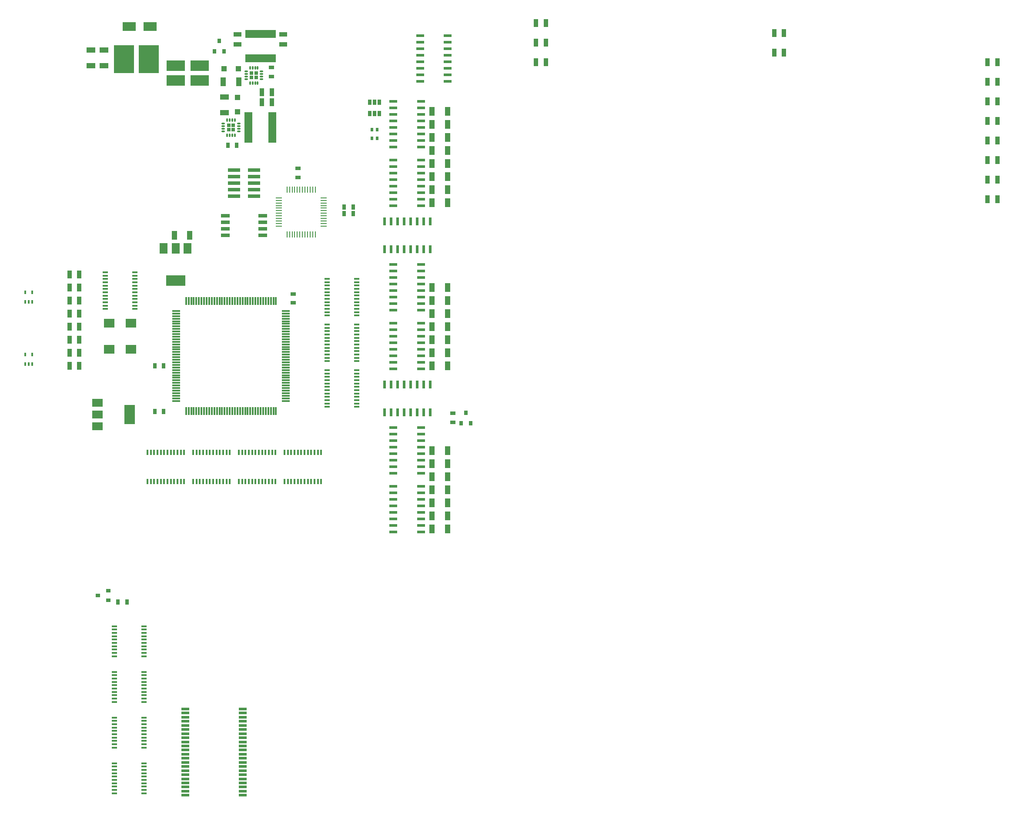
<source format=gtp>
G04 #@! TF.GenerationSoftware,KiCad,Pcbnew,5.0.0-rc2-dev-unknown-c6ef0d5~62~ubuntu17.10.1*
G04 #@! TF.CreationDate,2018-03-22T21:06:56-04:00*
G04 #@! TF.ProjectId,quokka,71756F6B6B612E6B696361645F706362,rev?*
G04 #@! TF.SameCoordinates,PX9936698PY214e9c8*
G04 #@! TF.FileFunction,Paste,Top*
G04 #@! TF.FilePolarity,Positive*
%FSLAX46Y46*%
G04 Gerber Fmt 4.6, Leading zero omitted, Abs format (unit mm)*
G04 Created by KiCad (PCBNEW 5.0.0-rc2-dev-unknown-c6ef0d5~62~ubuntu17.10.1) date Thu Mar 22 21:06:56 2018*
%MOMM*%
%LPD*%
G01*
G04 APERTURE LIST*
%ADD10R,0.800000X0.900000*%
%ADD11R,0.650000X1.060000*%
%ADD12R,1.000000X0.670000*%
%ADD13R,1.800000X1.070000*%
%ADD14R,1.070000X1.800000*%
%ADD15R,0.670000X1.000000*%
%ADD16R,1.500000X0.970000*%
%ADD17R,0.970000X1.500000*%
%ADD18R,2.500000X1.800000*%
%ADD19R,1.100000X1.100000*%
%ADD20R,0.400000X0.650000*%
%ADD21R,3.890000X5.500000*%
%ADD22R,2.400000X0.740000*%
%ADD23R,3.660000X2.085000*%
%ADD24R,5.900000X1.600000*%
%ADD25R,1.600000X5.900000*%
%ADD26R,0.600000X0.650000*%
%ADD27R,0.900000X0.800000*%
%ADD28O,0.800000X0.300000*%
%ADD29O,0.300000X0.800000*%
%ADD30R,0.700000X0.700000*%
%ADD31R,3.800000X2.000000*%
%ADD32R,1.500000X2.000000*%
%ADD33R,2.000000X1.500000*%
%ADD34R,2.000000X3.800000*%
%ADD35R,0.300000X1.550000*%
%ADD36R,1.550000X0.300000*%
%ADD37R,1.300000X0.250000*%
%ADD38R,0.250000X1.300000*%
%ADD39R,1.100000X0.400000*%
%ADD40R,0.600000X1.500000*%
%ADD41R,1.500000X0.600000*%
%ADD42R,1.500000X0.500000*%
%ADD43R,1.000000X0.400000*%
%ADD44R,0.400000X1.100000*%
%ADD45R,1.700000X0.650000*%
%ADD46R,2.000000X1.800000*%
G04 APERTURE END LIST*
D10*
X57064000Y-7985000D03*
X58964000Y-7985000D03*
X58014000Y-5985000D03*
D11*
X87315000Y-20150000D03*
X88265000Y-20150000D03*
X89215000Y-20150000D03*
X89215000Y-17950000D03*
X87315000Y-17950000D03*
X88265000Y-17950000D03*
D12*
X68199000Y-11190000D03*
X68199000Y-12940000D03*
D13*
X35560000Y-7785000D03*
X35560000Y-10795000D03*
X33020000Y-7785000D03*
X33020000Y-10795000D03*
D14*
X61830000Y-13970000D03*
X58820000Y-13970000D03*
D15*
X59704000Y-26289000D03*
X61454000Y-26289000D03*
D16*
X70485000Y-4760000D03*
X70485000Y-6670000D03*
X61595000Y-6670000D03*
X61595000Y-4760000D03*
D13*
X59055000Y-19920000D03*
X59055000Y-16910000D03*
D17*
X66355000Y-16002000D03*
X68265000Y-16002000D03*
X68265000Y-17907000D03*
X66355000Y-17907000D03*
D18*
X44545000Y-3175000D03*
X40545000Y-3175000D03*
D19*
X61725000Y-11430000D03*
X58925000Y-11430000D03*
X61595000Y-17015000D03*
X61595000Y-19815000D03*
D20*
X20305000Y-54930000D03*
X21605000Y-54930000D03*
X20955000Y-56830000D03*
X21605000Y-56830000D03*
X20305000Y-56830000D03*
X20305000Y-68895000D03*
X21605000Y-68895000D03*
X20955000Y-68895000D03*
X21605000Y-66995000D03*
X20305000Y-66995000D03*
D17*
X30800000Y-51435000D03*
X28890000Y-51435000D03*
X30800000Y-53975000D03*
X28890000Y-53975000D03*
X28890000Y-56515000D03*
X30800000Y-56515000D03*
X30800000Y-59055000D03*
X28890000Y-59055000D03*
X28890000Y-61595000D03*
X30800000Y-61595000D03*
X30800000Y-64135000D03*
X28890000Y-64135000D03*
X28890000Y-66675000D03*
X30800000Y-66675000D03*
X28890000Y-69215000D03*
X30800000Y-69215000D03*
X207569000Y-10160000D03*
X209479000Y-10160000D03*
X209479000Y-13970000D03*
X207569000Y-13970000D03*
X207569000Y-17780000D03*
X209479000Y-17780000D03*
X209479000Y-21590000D03*
X207569000Y-21590000D03*
X207569000Y-25400000D03*
X209479000Y-25400000D03*
X209479000Y-29210000D03*
X207569000Y-29210000D03*
X207569000Y-33020000D03*
X209479000Y-33020000D03*
X209479000Y-36830000D03*
X207569000Y-36830000D03*
X166050000Y-4445000D03*
X167960000Y-4445000D03*
X167960000Y-8255000D03*
X166050000Y-8255000D03*
X119695000Y-2540000D03*
X121605000Y-2540000D03*
X119695000Y-6350000D03*
X121605000Y-6350000D03*
X121605000Y-10160000D03*
X119695000Y-10160000D03*
D21*
X44305000Y-9525000D03*
X39515000Y-9525000D03*
D22*
X60915000Y-31115000D03*
X64815000Y-31115000D03*
X60915000Y-32385000D03*
X64815000Y-32385000D03*
X60915000Y-33655000D03*
X64815000Y-33655000D03*
X60915000Y-34925000D03*
X64815000Y-34925000D03*
X60915000Y-36195000D03*
X64815000Y-36195000D03*
D23*
X49530000Y-10795000D03*
X54230000Y-10795000D03*
X49530000Y-13695000D03*
X54230000Y-13695000D03*
D24*
X66040000Y-4635000D03*
X66040000Y-9335000D03*
D25*
X63690000Y-22860000D03*
X68390000Y-22860000D03*
D26*
X88745000Y-24980000D03*
X88740000Y-23280000D03*
X87785000Y-24980000D03*
X87785000Y-23280000D03*
D10*
X106045000Y-78375000D03*
X106995000Y-80375000D03*
X105095000Y-80375000D03*
D27*
X36406000Y-114903000D03*
X36406000Y-113003000D03*
X34406000Y-113953000D03*
D14*
X49295000Y-43815000D03*
X52305000Y-43815000D03*
D12*
X73330000Y-32548800D03*
X73330000Y-30798800D03*
D15*
X84085000Y-39624000D03*
X82335000Y-39624000D03*
X84085000Y-38354000D03*
X82335000Y-38354000D03*
D14*
X99460000Y-69215000D03*
X102470000Y-69215000D03*
X99460000Y-66675000D03*
X102470000Y-66675000D03*
X102470000Y-64135000D03*
X99460000Y-64135000D03*
X99460000Y-61595000D03*
X102470000Y-61595000D03*
X99460000Y-59055000D03*
X102470000Y-59055000D03*
X99460000Y-53975000D03*
X102470000Y-53975000D03*
X102470000Y-56515000D03*
X99460000Y-56515000D03*
D12*
X103505000Y-80250000D03*
X103505000Y-78500000D03*
D14*
X102470000Y-100965000D03*
X99460000Y-100965000D03*
X102470000Y-98425000D03*
X99460000Y-98425000D03*
X99460000Y-95885000D03*
X102470000Y-95885000D03*
X102470000Y-93345000D03*
X99460000Y-93345000D03*
X102470000Y-90805000D03*
X99460000Y-90805000D03*
X99460000Y-85725000D03*
X102470000Y-85725000D03*
X102470000Y-88265000D03*
X99460000Y-88265000D03*
X102470000Y-37465000D03*
X99460000Y-37465000D03*
X102470000Y-34925000D03*
X99460000Y-34925000D03*
X102470000Y-32385000D03*
X99460000Y-32385000D03*
X102470000Y-29845000D03*
X99460000Y-29845000D03*
X102470000Y-27305000D03*
X99460000Y-27305000D03*
X102470000Y-19685000D03*
X99460000Y-19685000D03*
X99460000Y-24765000D03*
X102470000Y-24765000D03*
X102470000Y-22225000D03*
X99460000Y-22225000D03*
D15*
X38341000Y-115223000D03*
X40091000Y-115223000D03*
X47230000Y-69215000D03*
X45480000Y-69215000D03*
X47230000Y-78105000D03*
X45480000Y-78105000D03*
D12*
X72390000Y-56995000D03*
X72390000Y-55245000D03*
D28*
X63270000Y-11950000D03*
X63270000Y-12450000D03*
X63270000Y-12950000D03*
X63270000Y-13450000D03*
D29*
X64020000Y-14200000D03*
X64520000Y-14200000D03*
X65020000Y-14200000D03*
X65520000Y-14200000D03*
D28*
X66270000Y-13450000D03*
X66270000Y-12950000D03*
X66270000Y-12450000D03*
X66270000Y-11950000D03*
D29*
X65520000Y-11200000D03*
X65020000Y-11200000D03*
X64520000Y-11200000D03*
X64020000Y-11200000D03*
D30*
X65207500Y-13137500D03*
X64332500Y-13137500D03*
X64332500Y-12262500D03*
X65207500Y-12262500D03*
X60762500Y-23297500D03*
X60762500Y-22422500D03*
X59887500Y-22422500D03*
X59887500Y-23297500D03*
D28*
X61825000Y-22110000D03*
X61825000Y-22610000D03*
X61825000Y-23110000D03*
X61825000Y-23610000D03*
D29*
X61075000Y-24360000D03*
X60575000Y-24360000D03*
X60075000Y-24360000D03*
X59575000Y-24360000D03*
D28*
X58825000Y-23610000D03*
X58825000Y-23110000D03*
X58825000Y-22610000D03*
X58825000Y-22110000D03*
D29*
X59575000Y-21360000D03*
X60075000Y-21360000D03*
X60575000Y-21360000D03*
X61075000Y-21360000D03*
D31*
X49530000Y-52680000D03*
D32*
X49530000Y-46380000D03*
X47230000Y-46380000D03*
X51830000Y-46380000D03*
D33*
X34315000Y-76440000D03*
X34315000Y-81040000D03*
X34315000Y-78740000D03*
D34*
X40615000Y-78740000D03*
D35*
X69075000Y-56610000D03*
X68575000Y-56610000D03*
X68075000Y-56610000D03*
X67575000Y-56610000D03*
X67075000Y-56610000D03*
X66575000Y-56610000D03*
X66075000Y-56610000D03*
X65575000Y-56610000D03*
X65075000Y-56610000D03*
X64575000Y-56610000D03*
X64075000Y-56610000D03*
X63575000Y-56610000D03*
X63075000Y-56610000D03*
X62575000Y-56610000D03*
X62075000Y-56610000D03*
X61575000Y-56610000D03*
X61075000Y-56610000D03*
X60575000Y-56610000D03*
X60075000Y-56610000D03*
X59575000Y-56610000D03*
X59075000Y-56610000D03*
X58575000Y-56610000D03*
X58075000Y-56610000D03*
X57575000Y-56610000D03*
X57075000Y-56610000D03*
X56575000Y-56610000D03*
X56075000Y-56610000D03*
X55575000Y-56610000D03*
X55075000Y-56610000D03*
X54575000Y-56610000D03*
X54075000Y-56610000D03*
X53575000Y-56610000D03*
X53075000Y-56610000D03*
X52575000Y-56610000D03*
X52075000Y-56610000D03*
X51575000Y-56610000D03*
D36*
X49625000Y-58560000D03*
X49625000Y-59060000D03*
X49625000Y-59560000D03*
X49625000Y-60060000D03*
X49625000Y-60560000D03*
X49625000Y-61060000D03*
X49625000Y-61560000D03*
X49625000Y-62060000D03*
X49625000Y-62560000D03*
X49625000Y-63060000D03*
X49625000Y-63560000D03*
X49625000Y-64060000D03*
X49625000Y-64560000D03*
X49625000Y-65060000D03*
X49625000Y-65560000D03*
X49625000Y-66060000D03*
X49625000Y-66560000D03*
X49625000Y-67060000D03*
X49625000Y-67560000D03*
X49625000Y-68060000D03*
X49625000Y-68560000D03*
X49625000Y-69060000D03*
X49625000Y-69560000D03*
X49625000Y-70060000D03*
X49625000Y-70560000D03*
X49625000Y-71060000D03*
X49625000Y-71560000D03*
X49625000Y-72060000D03*
X49625000Y-72560000D03*
X49625000Y-73060000D03*
X49625000Y-73560000D03*
X49625000Y-74060000D03*
X49625000Y-74560000D03*
X49625000Y-75060000D03*
X49625000Y-75560000D03*
X49625000Y-76060000D03*
D35*
X51575000Y-78010000D03*
X52075000Y-78010000D03*
X52575000Y-78010000D03*
X53075000Y-78010000D03*
X53575000Y-78010000D03*
X54075000Y-78010000D03*
X54575000Y-78010000D03*
X55075000Y-78010000D03*
X55575000Y-78010000D03*
X56075000Y-78010000D03*
X56575000Y-78010000D03*
X57075000Y-78010000D03*
X57575000Y-78010000D03*
X58075000Y-78010000D03*
X58575000Y-78010000D03*
X59075000Y-78010000D03*
X59575000Y-78010000D03*
X60075000Y-78010000D03*
X60575000Y-78010000D03*
X61075000Y-78010000D03*
X61575000Y-78010000D03*
X62075000Y-78010000D03*
X62575000Y-78010000D03*
X63075000Y-78010000D03*
X63575000Y-78010000D03*
X64075000Y-78010000D03*
X64575000Y-78010000D03*
X65075000Y-78010000D03*
X65575000Y-78010000D03*
X66075000Y-78010000D03*
X66575000Y-78010000D03*
X67075000Y-78010000D03*
X67575000Y-78010000D03*
X68075000Y-78010000D03*
X68575000Y-78010000D03*
X69075000Y-78010000D03*
D36*
X71025000Y-76060000D03*
X71025000Y-75560000D03*
X71025000Y-75060000D03*
X71025000Y-74560000D03*
X71025000Y-74060000D03*
X71025000Y-73560000D03*
X71025000Y-73060000D03*
X71025000Y-72560000D03*
X71025000Y-72060000D03*
X71025000Y-71560000D03*
X71025000Y-71060000D03*
X71025000Y-70560000D03*
X71025000Y-70060000D03*
X71025000Y-69560000D03*
X71025000Y-69060000D03*
X71025000Y-68560000D03*
X71025000Y-68060000D03*
X71025000Y-67560000D03*
X71025000Y-67060000D03*
X71025000Y-66560000D03*
X71025000Y-66060000D03*
X71025000Y-65560000D03*
X71025000Y-65060000D03*
X71025000Y-64560000D03*
X71025000Y-64060000D03*
X71025000Y-63560000D03*
X71025000Y-63060000D03*
X71025000Y-62560000D03*
X71025000Y-62060000D03*
X71025000Y-61560000D03*
X71025000Y-61060000D03*
X71025000Y-60560000D03*
X71025000Y-60060000D03*
X71025000Y-59560000D03*
X71025000Y-59060000D03*
X71025000Y-58560000D03*
D37*
X69615000Y-36543800D03*
X69615000Y-37043800D03*
X69615000Y-37543800D03*
X69615000Y-38043800D03*
X69615000Y-38543800D03*
X69615000Y-39043800D03*
X69615000Y-39543800D03*
X69615000Y-40043800D03*
X69615000Y-40543800D03*
X69615000Y-41043800D03*
X69615000Y-41543800D03*
X69615000Y-42043800D03*
D38*
X71215000Y-43643800D03*
X71715000Y-43643800D03*
X72215000Y-43643800D03*
X72715000Y-43643800D03*
X73215000Y-43643800D03*
X73715000Y-43643800D03*
X74215000Y-43643800D03*
X74715000Y-43643800D03*
X75215000Y-43643800D03*
X75715000Y-43643800D03*
X76215000Y-43643800D03*
X76715000Y-43643800D03*
D37*
X78315000Y-42043800D03*
X78315000Y-41543800D03*
X78315000Y-41043800D03*
X78315000Y-40543800D03*
X78315000Y-40043800D03*
X78315000Y-39543800D03*
X78315000Y-39043800D03*
X78315000Y-38543800D03*
X78315000Y-38043800D03*
X78315000Y-37543800D03*
X78315000Y-37043800D03*
X78315000Y-36543800D03*
D38*
X76715000Y-34943800D03*
X76215000Y-34943800D03*
X75715000Y-34943800D03*
X75215000Y-34943800D03*
X74715000Y-34943800D03*
X74215000Y-34943800D03*
X73715000Y-34943800D03*
X73215000Y-34943800D03*
X72715000Y-34943800D03*
X72215000Y-34943800D03*
X71715000Y-34943800D03*
X71215000Y-34943800D03*
D39*
X41585000Y-51035000D03*
X41585000Y-51685000D03*
X41585000Y-52335000D03*
X41585000Y-52985000D03*
X41585000Y-53635000D03*
X41585000Y-54285000D03*
X41585000Y-54935000D03*
X41585000Y-55585000D03*
X41585000Y-56235000D03*
X41585000Y-56885000D03*
X41585000Y-57535000D03*
X41585000Y-58185000D03*
X35885000Y-58185000D03*
X35885000Y-57535000D03*
X35885000Y-56885000D03*
X35885000Y-56235000D03*
X35885000Y-55585000D03*
X35885000Y-54935000D03*
X35885000Y-54285000D03*
X35885000Y-53635000D03*
X35885000Y-52985000D03*
X35885000Y-52335000D03*
X35885000Y-51685000D03*
X35885000Y-51035000D03*
D40*
X99060000Y-41115000D03*
X97790000Y-41115000D03*
X96520000Y-41115000D03*
X95250000Y-41115000D03*
X93980000Y-41115000D03*
X92710000Y-41115000D03*
X91440000Y-41115000D03*
X90170000Y-41115000D03*
X90170000Y-46515000D03*
X91440000Y-46515000D03*
X92710000Y-46515000D03*
X93980000Y-46515000D03*
X95250000Y-46515000D03*
X96520000Y-46515000D03*
X97790000Y-46515000D03*
X99060000Y-46515000D03*
D41*
X91915000Y-60960000D03*
X91915000Y-62230000D03*
X91915000Y-63500000D03*
X91915000Y-64770000D03*
X91915000Y-66040000D03*
X91915000Y-67310000D03*
X91915000Y-68580000D03*
X91915000Y-69850000D03*
X97315000Y-69850000D03*
X97315000Y-68580000D03*
X97315000Y-67310000D03*
X97315000Y-66040000D03*
X97315000Y-64770000D03*
X97315000Y-63500000D03*
X97315000Y-62230000D03*
X97315000Y-60960000D03*
X97315000Y-49530000D03*
X97315000Y-50800000D03*
X97315000Y-52070000D03*
X97315000Y-53340000D03*
X97315000Y-54610000D03*
X97315000Y-55880000D03*
X97315000Y-57150000D03*
X97315000Y-58420000D03*
X91915000Y-58420000D03*
X91915000Y-57150000D03*
X91915000Y-55880000D03*
X91915000Y-54610000D03*
X91915000Y-53340000D03*
X91915000Y-52070000D03*
X91915000Y-50800000D03*
X91915000Y-49530000D03*
D40*
X99060000Y-72865000D03*
X97790000Y-72865000D03*
X96520000Y-72865000D03*
X95250000Y-72865000D03*
X93980000Y-72865000D03*
X92710000Y-72865000D03*
X91440000Y-72865000D03*
X90170000Y-72865000D03*
X90170000Y-78265000D03*
X91440000Y-78265000D03*
X92710000Y-78265000D03*
X93980000Y-78265000D03*
X95250000Y-78265000D03*
X96520000Y-78265000D03*
X97790000Y-78265000D03*
X99060000Y-78265000D03*
D41*
X91915000Y-92710000D03*
X91915000Y-93980000D03*
X91915000Y-95250000D03*
X91915000Y-96520000D03*
X91915000Y-97790000D03*
X91915000Y-99060000D03*
X91915000Y-100330000D03*
X91915000Y-101600000D03*
X97315000Y-101600000D03*
X97315000Y-100330000D03*
X97315000Y-99060000D03*
X97315000Y-97790000D03*
X97315000Y-96520000D03*
X97315000Y-95250000D03*
X97315000Y-93980000D03*
X97315000Y-92710000D03*
X97315000Y-81280000D03*
X97315000Y-82550000D03*
X97315000Y-83820000D03*
X97315000Y-85090000D03*
X97315000Y-86360000D03*
X97315000Y-87630000D03*
X97315000Y-88900000D03*
X97315000Y-90170000D03*
X91915000Y-90170000D03*
X91915000Y-88900000D03*
X91915000Y-87630000D03*
X91915000Y-86360000D03*
X91915000Y-85090000D03*
X91915000Y-83820000D03*
X91915000Y-82550000D03*
X91915000Y-81280000D03*
X97122000Y-13843000D03*
X97122000Y-12573000D03*
X97122000Y-11303000D03*
X97122000Y-10033000D03*
X97122000Y-8763000D03*
X97122000Y-7493000D03*
X97122000Y-6223000D03*
X97122000Y-4953000D03*
X102522000Y-4953000D03*
X102522000Y-6223000D03*
X102522000Y-7493000D03*
X102522000Y-8763000D03*
X102522000Y-10033000D03*
X102522000Y-11303000D03*
X102522000Y-12573000D03*
X102522000Y-13843000D03*
X97315000Y-29210000D03*
X97315000Y-30480000D03*
X97315000Y-31750000D03*
X97315000Y-33020000D03*
X97315000Y-34290000D03*
X97315000Y-35560000D03*
X97315000Y-36830000D03*
X97315000Y-38100000D03*
X91915000Y-38100000D03*
X91915000Y-36830000D03*
X91915000Y-35560000D03*
X91915000Y-34290000D03*
X91915000Y-33020000D03*
X91915000Y-31750000D03*
X91915000Y-30480000D03*
X91915000Y-29210000D03*
X97315000Y-17780000D03*
X97315000Y-19050000D03*
X97315000Y-20320000D03*
X97315000Y-21590000D03*
X97315000Y-22860000D03*
X97315000Y-24130000D03*
X97315000Y-25400000D03*
X97315000Y-26670000D03*
X91915000Y-26670000D03*
X91915000Y-25400000D03*
X91915000Y-24130000D03*
X91915000Y-22860000D03*
X91915000Y-21590000D03*
X91915000Y-20320000D03*
X91915000Y-19050000D03*
X91915000Y-17780000D03*
D42*
X51396000Y-152833000D03*
X62596000Y-152833000D03*
X51396000Y-152033000D03*
X62596000Y-152033000D03*
X51396000Y-151233000D03*
X62596000Y-151233000D03*
X51396000Y-150433000D03*
X62596000Y-150433000D03*
X51396000Y-149633000D03*
X62596000Y-149633000D03*
X51396000Y-148833000D03*
X62596000Y-148833000D03*
X51396000Y-148033000D03*
X62596000Y-148033000D03*
X51396000Y-147233000D03*
X62596000Y-147233000D03*
X51396000Y-146433000D03*
X62596000Y-146433000D03*
X51396000Y-145633000D03*
X62596000Y-145633000D03*
X51396000Y-144833000D03*
X62596000Y-144833000D03*
X51396000Y-144033000D03*
X62596000Y-144033000D03*
X51396000Y-143233000D03*
X62596000Y-143233000D03*
X51396000Y-142433000D03*
X62596000Y-142433000D03*
X51396000Y-141633000D03*
X62596000Y-141633000D03*
X51396000Y-140833000D03*
X62596000Y-140833000D03*
X51396000Y-140033000D03*
X62596000Y-140033000D03*
X51396000Y-139233000D03*
X62596000Y-139233000D03*
X51396000Y-138433000D03*
X62596000Y-138433000D03*
X51396000Y-137633000D03*
X62596000Y-137633000D03*
X51396000Y-136833000D03*
X62596000Y-136833000D03*
X51396000Y-136033000D03*
X62596000Y-136033000D03*
D43*
X43386000Y-125768000D03*
X43386000Y-125118000D03*
X43386000Y-124468000D03*
X43386000Y-123818000D03*
X43386000Y-123168000D03*
X43386000Y-122518000D03*
X43386000Y-121868000D03*
X43386000Y-121218000D03*
X43386000Y-120568000D03*
X43386000Y-119918000D03*
X37586000Y-119918000D03*
X37586000Y-120568000D03*
X37586000Y-121218000D03*
X37586000Y-121868000D03*
X37586000Y-122518000D03*
X37586000Y-123168000D03*
X37586000Y-123818000D03*
X37586000Y-124468000D03*
X37586000Y-125118000D03*
X37586000Y-125768000D03*
X37586000Y-152438000D03*
X37586000Y-151788000D03*
X37586000Y-151138000D03*
X37586000Y-150488000D03*
X37586000Y-149838000D03*
X37586000Y-149188000D03*
X37586000Y-148538000D03*
X37586000Y-147888000D03*
X37586000Y-147238000D03*
X37586000Y-146588000D03*
X43386000Y-146588000D03*
X43386000Y-147238000D03*
X43386000Y-147888000D03*
X43386000Y-148538000D03*
X43386000Y-149188000D03*
X43386000Y-149838000D03*
X43386000Y-150488000D03*
X43386000Y-151138000D03*
X43386000Y-151788000D03*
X43386000Y-152438000D03*
X43386000Y-143548000D03*
X43386000Y-142898000D03*
X43386000Y-142248000D03*
X43386000Y-141598000D03*
X43386000Y-140948000D03*
X43386000Y-140298000D03*
X43386000Y-139648000D03*
X43386000Y-138998000D03*
X43386000Y-138348000D03*
X43386000Y-137698000D03*
X37586000Y-137698000D03*
X37586000Y-138348000D03*
X37586000Y-138998000D03*
X37586000Y-139648000D03*
X37586000Y-140298000D03*
X37586000Y-140948000D03*
X37586000Y-141598000D03*
X37586000Y-142248000D03*
X37586000Y-142898000D03*
X37586000Y-143548000D03*
X37586000Y-134658000D03*
X37586000Y-134008000D03*
X37586000Y-133358000D03*
X37586000Y-132708000D03*
X37586000Y-132058000D03*
X37586000Y-131408000D03*
X37586000Y-130758000D03*
X37586000Y-130108000D03*
X37586000Y-129458000D03*
X37586000Y-128808000D03*
X43386000Y-128808000D03*
X43386000Y-129458000D03*
X43386000Y-130108000D03*
X43386000Y-130758000D03*
X43386000Y-131408000D03*
X43386000Y-132058000D03*
X43386000Y-132708000D03*
X43386000Y-133358000D03*
X43386000Y-134008000D03*
X43386000Y-134658000D03*
D44*
X61830000Y-86050000D03*
X62480000Y-86050000D03*
X63130000Y-86050000D03*
X63780000Y-86050000D03*
X64430000Y-86050000D03*
X65080000Y-86050000D03*
X65730000Y-86050000D03*
X66380000Y-86050000D03*
X67030000Y-86050000D03*
X67680000Y-86050000D03*
X68330000Y-86050000D03*
X68980000Y-86050000D03*
X68980000Y-91750000D03*
X68330000Y-91750000D03*
X67680000Y-91750000D03*
X67030000Y-91750000D03*
X66380000Y-91750000D03*
X65730000Y-91750000D03*
X65080000Y-91750000D03*
X64430000Y-91750000D03*
X63780000Y-91750000D03*
X63130000Y-91750000D03*
X62480000Y-91750000D03*
X61830000Y-91750000D03*
D39*
X84765000Y-59455000D03*
X84765000Y-58805000D03*
X84765000Y-58155000D03*
X84765000Y-57505000D03*
X84765000Y-56855000D03*
X84765000Y-56205000D03*
X84765000Y-55555000D03*
X84765000Y-54905000D03*
X84765000Y-54255000D03*
X84765000Y-53605000D03*
X84765000Y-52955000D03*
X84765000Y-52305000D03*
X79065000Y-52305000D03*
X79065000Y-52955000D03*
X79065000Y-53605000D03*
X79065000Y-54255000D03*
X79065000Y-54905000D03*
X79065000Y-55555000D03*
X79065000Y-56205000D03*
X79065000Y-56855000D03*
X79065000Y-57505000D03*
X79065000Y-58155000D03*
X79065000Y-58805000D03*
X79065000Y-59455000D03*
D44*
X44050000Y-86050000D03*
X44700000Y-86050000D03*
X45350000Y-86050000D03*
X46000000Y-86050000D03*
X46650000Y-86050000D03*
X47300000Y-86050000D03*
X47950000Y-86050000D03*
X48600000Y-86050000D03*
X49250000Y-86050000D03*
X49900000Y-86050000D03*
X50550000Y-86050000D03*
X51200000Y-86050000D03*
X51200000Y-91750000D03*
X50550000Y-91750000D03*
X49900000Y-91750000D03*
X49250000Y-91750000D03*
X48600000Y-91750000D03*
X47950000Y-91750000D03*
X47300000Y-91750000D03*
X46650000Y-91750000D03*
X46000000Y-91750000D03*
X45350000Y-91750000D03*
X44700000Y-91750000D03*
X44050000Y-91750000D03*
X70720000Y-86050000D03*
X71370000Y-86050000D03*
X72020000Y-86050000D03*
X72670000Y-86050000D03*
X73320000Y-86050000D03*
X73970000Y-86050000D03*
X74620000Y-86050000D03*
X75270000Y-86050000D03*
X75920000Y-86050000D03*
X76570000Y-86050000D03*
X77220000Y-86050000D03*
X77870000Y-86050000D03*
X77870000Y-91750000D03*
X77220000Y-91750000D03*
X76570000Y-91750000D03*
X75920000Y-91750000D03*
X75270000Y-91750000D03*
X74620000Y-91750000D03*
X73970000Y-91750000D03*
X73320000Y-91750000D03*
X72670000Y-91750000D03*
X72020000Y-91750000D03*
X71370000Y-91750000D03*
X70720000Y-91750000D03*
D39*
X84765000Y-77235000D03*
X84765000Y-76585000D03*
X84765000Y-75935000D03*
X84765000Y-75285000D03*
X84765000Y-74635000D03*
X84765000Y-73985000D03*
X84765000Y-73335000D03*
X84765000Y-72685000D03*
X84765000Y-72035000D03*
X84765000Y-71385000D03*
X84765000Y-70735000D03*
X84765000Y-70085000D03*
X79065000Y-70085000D03*
X79065000Y-70735000D03*
X79065000Y-71385000D03*
X79065000Y-72035000D03*
X79065000Y-72685000D03*
X79065000Y-73335000D03*
X79065000Y-73985000D03*
X79065000Y-74635000D03*
X79065000Y-75285000D03*
X79065000Y-75935000D03*
X79065000Y-76585000D03*
X79065000Y-77235000D03*
X84765000Y-68345000D03*
X84765000Y-67695000D03*
X84765000Y-67045000D03*
X84765000Y-66395000D03*
X84765000Y-65745000D03*
X84765000Y-65095000D03*
X84765000Y-64445000D03*
X84765000Y-63795000D03*
X84765000Y-63145000D03*
X84765000Y-62495000D03*
X84765000Y-61845000D03*
X84765000Y-61195000D03*
X79065000Y-61195000D03*
X79065000Y-61845000D03*
X79065000Y-62495000D03*
X79065000Y-63145000D03*
X79065000Y-63795000D03*
X79065000Y-64445000D03*
X79065000Y-65095000D03*
X79065000Y-65745000D03*
X79065000Y-66395000D03*
X79065000Y-67045000D03*
X79065000Y-67695000D03*
X79065000Y-68345000D03*
D44*
X52940000Y-91750000D03*
X53590000Y-91750000D03*
X54240000Y-91750000D03*
X54890000Y-91750000D03*
X55540000Y-91750000D03*
X56190000Y-91750000D03*
X56840000Y-91750000D03*
X57490000Y-91750000D03*
X58140000Y-91750000D03*
X58790000Y-91750000D03*
X59440000Y-91750000D03*
X60090000Y-91750000D03*
X60090000Y-86050000D03*
X59440000Y-86050000D03*
X58790000Y-86050000D03*
X58140000Y-86050000D03*
X57490000Y-86050000D03*
X56840000Y-86050000D03*
X56190000Y-86050000D03*
X55540000Y-86050000D03*
X54890000Y-86050000D03*
X54240000Y-86050000D03*
X53590000Y-86050000D03*
X52940000Y-86050000D03*
D45*
X66515000Y-43815000D03*
X66515000Y-42545000D03*
X66515000Y-41275000D03*
X66515000Y-40005000D03*
X59215000Y-40005000D03*
X59215000Y-41275000D03*
X59215000Y-42545000D03*
X59215000Y-43815000D03*
D46*
X36635000Y-60960000D03*
X36635000Y-66040000D03*
X40835000Y-66040000D03*
X40835000Y-60960000D03*
M02*

</source>
